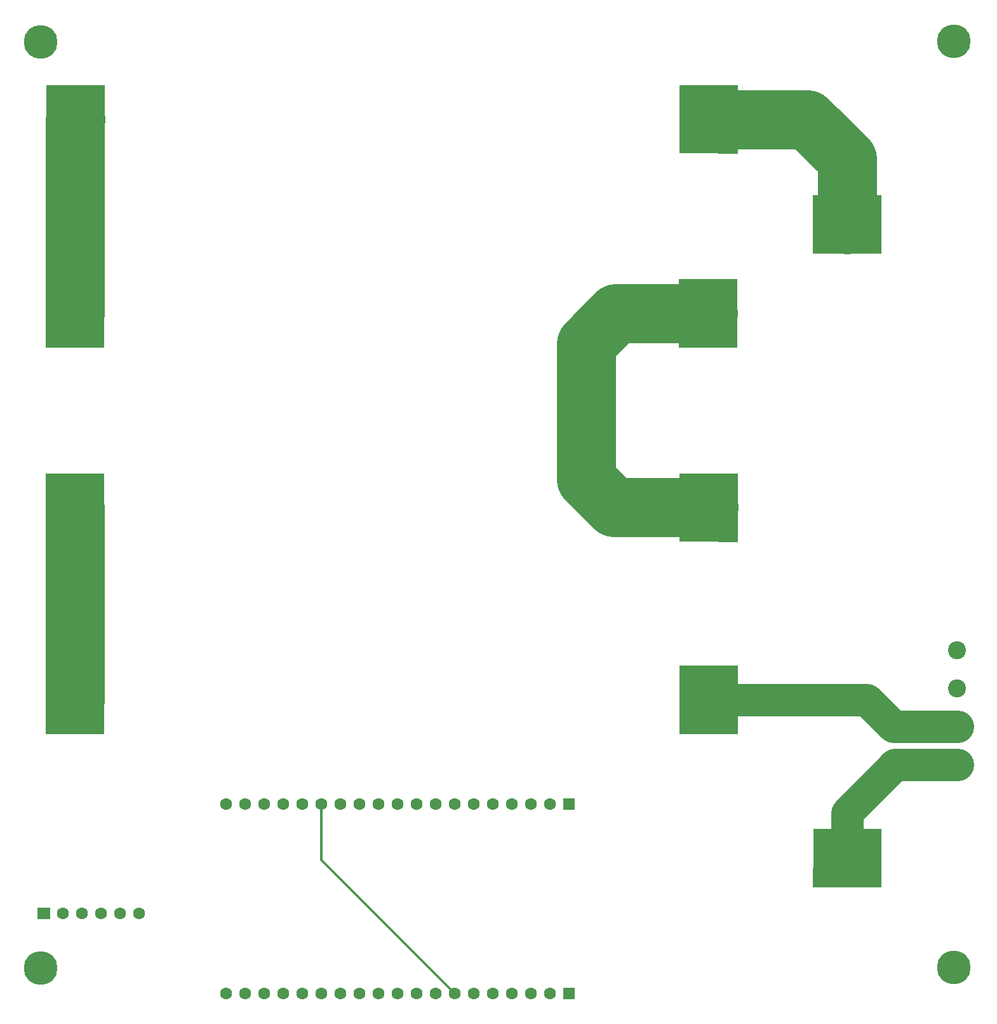
<source format=gbl>
G04 Layer: BottomLayer*
G04 EasyEDA v6.5.22, 2023-02-22 15:15:05*
G04 640daacfa6c848ee808a15bd8ce7c787,ef4dac4c239f4a7f90591e71bd1ece2f,10*
G04 Gerber Generator version 0.2*
G04 Scale: 100 percent, Rotated: No, Reflected: No *
G04 Dimensions in inches *
G04 leading zeros omitted , absolute positions ,3 integer and 6 decimal *
%FSLAX36Y36*%
%MOIN*%

%AMMACRO1*4,1,4,0.1525,0.18,0.1525,-0.18,-0.1525,-0.18,-0.1525,0.18,0.1525,0.18,0*%
%AMMACRO2*4,1,4,-0.1525,0.18,-0.1525,-0.18,0.1525,-0.18,0.1525,0.175,-0.1525,0.18,0*%
%AMMACRO3*4,1,4,-0.1525,-0.18,-0.1525,0.18,0.1525,0.18,0.1525,-0.18,-0.1525,-0.18,0*%
%AMMACRO4*4,1,4,0.1525,-0.18,0.1525,0.18,-0.1525,0.18,-0.1525,-0.175,0.1525,-0.18,0*%
%AMMACRO5*4,1,4,-0.18,0.1525,0.18,0.1525,0.18,-0.1525,-0.18,-0.1525,-0.18,0.1525,0*%
%AMMACRO6*4,1,4,-0.18,-0.1525,0.18,-0.1525,0.18,0.1525,-0.175,0.1525,-0.18,-0.1525,0*%
%ADD10C,0.3100*%
%ADD11C,0.1700*%
%ADD12C,0.0120*%
%ADD13R,0.0200X0.0120*%
%ADD14MACRO1*%
%ADD15MACRO2*%
%ADD16MACRO3*%
%ADD17MACRO4*%
%ADD18MACRO5*%
%ADD19MACRO6*%
%ADD20C,0.0630*%
%ADD21R,0.0709X0.0630*%
%ADD22R,0.0630X0.0630*%
%ADD23C,0.0945*%
%ADD24C,0.1772*%

%LPD*%
D10*
X-834499Y2951750D02*
G01*
X-834499Y3966000D01*
X-831499Y3969000D01*
X2493542Y3970200D02*
G01*
X3009738Y3970200D01*
X3218000Y3761938D01*
X3218000Y3420500D01*
X2490540Y2953000D02*
G01*
X2007040Y2953000D01*
X1848040Y2794000D01*
X1848040Y2082000D01*
X1994740Y1935199D01*
X2491540Y1935199D01*
X-833499Y923750D02*
G01*
X-833499Y1934000D01*
D11*
X3219240Y95500D02*
G01*
X3219240Y333200D01*
X3471040Y585000D01*
X3798040Y585000D01*
X3798040Y785000D02*
G01*
X3462040Y785000D01*
X3322040Y925000D01*
X2491540Y925000D01*
D12*
X458998Y380997D02*
G01*
X458998Y86002D01*
X1159000Y-613999D01*
D13*
G01*
X3551000Y581000D03*
G01*
X3553000Y784000D03*
D14*
G01*
X2491500Y925000D03*
D15*
G01*
X-833499Y925000D03*
D16*
G01*
X-833499Y1934000D03*
D17*
G01*
X2491500Y1934000D03*
D14*
G01*
X2490500Y2953000D03*
D15*
G01*
X-834499Y2953000D03*
D16*
G01*
X-831499Y3969000D03*
D17*
G01*
X2493500Y3969000D03*
D18*
G01*
X3218000Y3420500D03*
D19*
G01*
X3218000Y95500D03*
D20*
G01*
X-496999Y-192999D03*
G01*
X-596999Y-192999D03*
G01*
X-696999Y-192999D03*
G01*
X-796999Y-192999D03*
G01*
X-896999Y-192999D03*
D21*
G01*
X-996999Y-192999D03*
D20*
G01*
X-40999Y381000D03*
G01*
X59000Y381000D03*
G01*
X159000Y381000D03*
G01*
X259000Y381000D03*
G01*
X359000Y381000D03*
G01*
X459000Y381000D03*
G01*
X559000Y381000D03*
G01*
X659000Y381000D03*
G01*
X759000Y381000D03*
G01*
X859000Y381000D03*
G01*
X959000Y381000D03*
G01*
X1059000Y381000D03*
G01*
X1159000Y381000D03*
G01*
X1259000Y381000D03*
G01*
X1359000Y381000D03*
G01*
X1459000Y381000D03*
G01*
X1559000Y381000D03*
G01*
X1659000Y381000D03*
D22*
G01*
X1759000Y381000D03*
D20*
G01*
X-40999Y-613999D03*
G01*
X59000Y-613999D03*
G01*
X159000Y-613999D03*
G01*
X259000Y-613999D03*
G01*
X359000Y-613999D03*
G01*
X459000Y-613999D03*
G01*
X559000Y-613999D03*
G01*
X659000Y-613999D03*
G01*
X759000Y-613999D03*
G01*
X859000Y-613999D03*
G01*
X959000Y-613999D03*
G01*
X1059000Y-613999D03*
G01*
X1159000Y-613999D03*
G01*
X1259000Y-613999D03*
G01*
X1359000Y-613999D03*
G01*
X1459000Y-613999D03*
G01*
X1559000Y-613999D03*
G01*
X1659000Y-613999D03*
D22*
G01*
X1759000Y-613999D03*
D23*
G01*
X3796000Y585000D03*
G01*
X3796000Y785000D03*
G01*
X3796000Y985000D03*
G01*
X3796000Y1185000D03*
D24*
G01*
X3778000Y4380000D03*
G01*
X-1013999Y4377000D03*
G01*
X-1012999Y-478999D03*
G01*
X3779000Y-476999D03*
M02*

</source>
